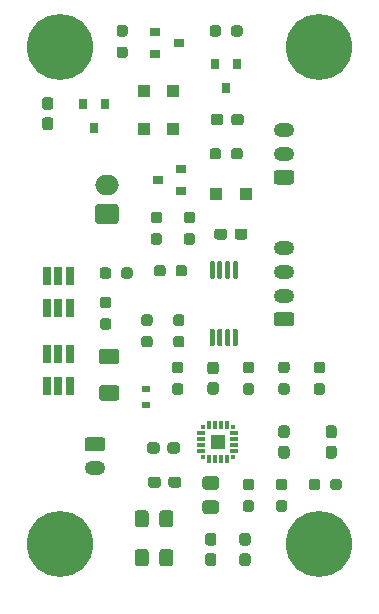
<source format=gbr>
%TF.GenerationSoftware,KiCad,Pcbnew,(5.1.12)-1*%
%TF.CreationDate,2023-02-18T19:15:58+02:00*%
%TF.ProjectId,BatteryPowerPCB_SPV,42617474-6572-4795-906f-776572504342,rev?*%
%TF.SameCoordinates,Original*%
%TF.FileFunction,Soldermask,Top*%
%TF.FilePolarity,Negative*%
%FSLAX46Y46*%
G04 Gerber Fmt 4.6, Leading zero omitted, Abs format (unit mm)*
G04 Created by KiCad (PCBNEW (5.1.12)-1) date 2023-02-18 19:15:58*
%MOMM*%
%LPD*%
G01*
G04 APERTURE LIST*
%ADD10R,0.700000X0.600000*%
%ADD11C,5.600000*%
%ADD12R,1.000000X1.000000*%
%ADD13O,2.000000X1.700000*%
%ADD14O,1.750000X1.200000*%
%ADD15R,0.900000X0.800000*%
%ADD16R,0.800000X0.900000*%
%ADD17R,0.650000X1.560000*%
%ADD18R,1.200000X1.200000*%
%ADD19R,0.340000X0.340000*%
%ADD20R,0.700000X0.300000*%
%ADD21R,0.300000X0.700000*%
G04 APERTURE END LIST*
D10*
%TO.C,D2*%
X24300000Y-47900000D03*
X24300000Y-49300000D03*
%TD*%
D11*
%TO.C,REF\u002A\u002A*%
X39000000Y-61000000D03*
%TD*%
%TO.C,REF\u002A\u002A*%
X17000000Y-61000000D03*
%TD*%
%TO.C,REF\u002A\u002A*%
X39000000Y-19000000D03*
%TD*%
%TO.C,REF\u002A\u002A*%
X17000000Y-19000000D03*
%TD*%
%TO.C,C1*%
G36*
G01*
X16237500Y-24275000D02*
X15762500Y-24275000D01*
G75*
G02*
X15525000Y-24037500I0J237500D01*
G01*
X15525000Y-23437500D01*
G75*
G02*
X15762500Y-23200000I237500J0D01*
G01*
X16237500Y-23200000D01*
G75*
G02*
X16475000Y-23437500I0J-237500D01*
G01*
X16475000Y-24037500D01*
G75*
G02*
X16237500Y-24275000I-237500J0D01*
G01*
G37*
G36*
G01*
X16237500Y-26000000D02*
X15762500Y-26000000D01*
G75*
G02*
X15525000Y-25762500I0J237500D01*
G01*
X15525000Y-25162500D01*
G75*
G02*
X15762500Y-24925000I237500J0D01*
G01*
X16237500Y-24925000D01*
G75*
G02*
X16475000Y-25162500I0J-237500D01*
G01*
X16475000Y-25762500D01*
G75*
G02*
X16237500Y-26000000I-237500J0D01*
G01*
G37*
%TD*%
%TO.C,C2*%
G36*
G01*
X31175000Y-34562500D02*
X31175000Y-35037500D01*
G75*
G02*
X30937500Y-35275000I-237500J0D01*
G01*
X30337500Y-35275000D01*
G75*
G02*
X30100000Y-35037500I0J237500D01*
G01*
X30100000Y-34562500D01*
G75*
G02*
X30337500Y-34325000I237500J0D01*
G01*
X30937500Y-34325000D01*
G75*
G02*
X31175000Y-34562500I0J-237500D01*
G01*
G37*
G36*
G01*
X32900000Y-34562500D02*
X32900000Y-35037500D01*
G75*
G02*
X32662500Y-35275000I-237500J0D01*
G01*
X32062500Y-35275000D01*
G75*
G02*
X31825000Y-35037500I0J237500D01*
G01*
X31825000Y-34562500D01*
G75*
G02*
X32062500Y-34325000I237500J0D01*
G01*
X32662500Y-34325000D01*
G75*
G02*
X32900000Y-34562500I0J-237500D01*
G01*
G37*
%TD*%
%TO.C,C4*%
G36*
G01*
X32462500Y-61825000D02*
X32937500Y-61825000D01*
G75*
G02*
X33175000Y-62062500I0J-237500D01*
G01*
X33175000Y-62662500D01*
G75*
G02*
X32937500Y-62900000I-237500J0D01*
G01*
X32462500Y-62900000D01*
G75*
G02*
X32225000Y-62662500I0J237500D01*
G01*
X32225000Y-62062500D01*
G75*
G02*
X32462500Y-61825000I237500J0D01*
G01*
G37*
G36*
G01*
X32462500Y-60100000D02*
X32937500Y-60100000D01*
G75*
G02*
X33175000Y-60337500I0J-237500D01*
G01*
X33175000Y-60937500D01*
G75*
G02*
X32937500Y-61175000I-237500J0D01*
G01*
X32462500Y-61175000D01*
G75*
G02*
X32225000Y-60937500I0J237500D01*
G01*
X32225000Y-60337500D01*
G75*
G02*
X32462500Y-60100000I237500J0D01*
G01*
G37*
%TD*%
%TO.C,C5*%
G36*
G01*
X29562500Y-60100000D02*
X30037500Y-60100000D01*
G75*
G02*
X30275000Y-60337500I0J-237500D01*
G01*
X30275000Y-60937500D01*
G75*
G02*
X30037500Y-61175000I-237500J0D01*
G01*
X29562500Y-61175000D01*
G75*
G02*
X29325000Y-60937500I0J237500D01*
G01*
X29325000Y-60337500D01*
G75*
G02*
X29562500Y-60100000I237500J0D01*
G01*
G37*
G36*
G01*
X29562500Y-61825000D02*
X30037500Y-61825000D01*
G75*
G02*
X30275000Y-62062500I0J-237500D01*
G01*
X30275000Y-62662500D01*
G75*
G02*
X30037500Y-62900000I-237500J0D01*
G01*
X29562500Y-62900000D01*
G75*
G02*
X29325000Y-62662500I0J237500D01*
G01*
X29325000Y-62062500D01*
G75*
G02*
X29562500Y-61825000I237500J0D01*
G01*
G37*
%TD*%
%TO.C,C6*%
G36*
G01*
X36237500Y-53800000D02*
X35762500Y-53800000D01*
G75*
G02*
X35525000Y-53562500I0J237500D01*
G01*
X35525000Y-52962500D01*
G75*
G02*
X35762500Y-52725000I237500J0D01*
G01*
X36237500Y-52725000D01*
G75*
G02*
X36475000Y-52962500I0J-237500D01*
G01*
X36475000Y-53562500D01*
G75*
G02*
X36237500Y-53800000I-237500J0D01*
G01*
G37*
G36*
G01*
X36237500Y-52075000D02*
X35762500Y-52075000D01*
G75*
G02*
X35525000Y-51837500I0J237500D01*
G01*
X35525000Y-51237500D01*
G75*
G02*
X35762500Y-51000000I237500J0D01*
G01*
X36237500Y-51000000D01*
G75*
G02*
X36475000Y-51237500I0J-237500D01*
G01*
X36475000Y-51837500D01*
G75*
G02*
X36237500Y-52075000I-237500J0D01*
G01*
G37*
%TD*%
%TO.C,C7*%
G36*
G01*
X27300000Y-55562500D02*
X27300000Y-56037500D01*
G75*
G02*
X27062500Y-56275000I-237500J0D01*
G01*
X26462500Y-56275000D01*
G75*
G02*
X26225000Y-56037500I0J237500D01*
G01*
X26225000Y-55562500D01*
G75*
G02*
X26462500Y-55325000I237500J0D01*
G01*
X27062500Y-55325000D01*
G75*
G02*
X27300000Y-55562500I0J-237500D01*
G01*
G37*
G36*
G01*
X25575000Y-55562500D02*
X25575000Y-56037500D01*
G75*
G02*
X25337500Y-56275000I-237500J0D01*
G01*
X24737500Y-56275000D01*
G75*
G02*
X24500000Y-56037500I0J237500D01*
G01*
X24500000Y-55562500D01*
G75*
G02*
X24737500Y-55325000I237500J0D01*
G01*
X25337500Y-55325000D01*
G75*
G02*
X25575000Y-55562500I0J-237500D01*
G01*
G37*
%TD*%
%TO.C,C8*%
G36*
G01*
X30237500Y-48400000D02*
X29762500Y-48400000D01*
G75*
G02*
X29525000Y-48162500I0J237500D01*
G01*
X29525000Y-47562500D01*
G75*
G02*
X29762500Y-47325000I237500J0D01*
G01*
X30237500Y-47325000D01*
G75*
G02*
X30475000Y-47562500I0J-237500D01*
G01*
X30475000Y-48162500D01*
G75*
G02*
X30237500Y-48400000I-237500J0D01*
G01*
G37*
G36*
G01*
X30237500Y-46675000D02*
X29762500Y-46675000D01*
G75*
G02*
X29525000Y-46437500I0J237500D01*
G01*
X29525000Y-45837500D01*
G75*
G02*
X29762500Y-45600000I237500J0D01*
G01*
X30237500Y-45600000D01*
G75*
G02*
X30475000Y-45837500I0J-237500D01*
G01*
X30475000Y-46437500D01*
G75*
G02*
X30237500Y-46675000I-237500J0D01*
G01*
G37*
%TD*%
%TO.C,C9*%
G36*
G01*
X24550000Y-58425000D02*
X24550000Y-59375000D01*
G75*
G02*
X24300000Y-59625000I-250000J0D01*
G01*
X23625000Y-59625000D01*
G75*
G02*
X23375000Y-59375000I0J250000D01*
G01*
X23375000Y-58425000D01*
G75*
G02*
X23625000Y-58175000I250000J0D01*
G01*
X24300000Y-58175000D01*
G75*
G02*
X24550000Y-58425000I0J-250000D01*
G01*
G37*
G36*
G01*
X26625000Y-58425000D02*
X26625000Y-59375000D01*
G75*
G02*
X26375000Y-59625000I-250000J0D01*
G01*
X25700000Y-59625000D01*
G75*
G02*
X25450000Y-59375000I0J250000D01*
G01*
X25450000Y-58425000D01*
G75*
G02*
X25700000Y-58175000I250000J0D01*
G01*
X26375000Y-58175000D01*
G75*
G02*
X26625000Y-58425000I0J-250000D01*
G01*
G37*
%TD*%
%TO.C,C10*%
G36*
G01*
X26625000Y-61725000D02*
X26625000Y-62675000D01*
G75*
G02*
X26375000Y-62925000I-250000J0D01*
G01*
X25700000Y-62925000D01*
G75*
G02*
X25450000Y-62675000I0J250000D01*
G01*
X25450000Y-61725000D01*
G75*
G02*
X25700000Y-61475000I250000J0D01*
G01*
X26375000Y-61475000D01*
G75*
G02*
X26625000Y-61725000I0J-250000D01*
G01*
G37*
G36*
G01*
X24550000Y-61725000D02*
X24550000Y-62675000D01*
G75*
G02*
X24300000Y-62925000I-250000J0D01*
G01*
X23625000Y-62925000D01*
G75*
G02*
X23375000Y-62675000I0J250000D01*
G01*
X23375000Y-61725000D01*
G75*
G02*
X23625000Y-61475000I250000J0D01*
G01*
X24300000Y-61475000D01*
G75*
G02*
X24550000Y-61725000I0J-250000D01*
G01*
G37*
%TD*%
%TO.C,C11*%
G36*
G01*
X39762500Y-52725000D02*
X40237500Y-52725000D01*
G75*
G02*
X40475000Y-52962500I0J-237500D01*
G01*
X40475000Y-53562500D01*
G75*
G02*
X40237500Y-53800000I-237500J0D01*
G01*
X39762500Y-53800000D01*
G75*
G02*
X39525000Y-53562500I0J237500D01*
G01*
X39525000Y-52962500D01*
G75*
G02*
X39762500Y-52725000I237500J0D01*
G01*
G37*
G36*
G01*
X39762500Y-51000000D02*
X40237500Y-51000000D01*
G75*
G02*
X40475000Y-51237500I0J-237500D01*
G01*
X40475000Y-51837500D01*
G75*
G02*
X40237500Y-52075000I-237500J0D01*
G01*
X39762500Y-52075000D01*
G75*
G02*
X39525000Y-51837500I0J237500D01*
G01*
X39525000Y-51237500D01*
G75*
G02*
X39762500Y-51000000I237500J0D01*
G01*
G37*
%TD*%
%TO.C,C13*%
G36*
G01*
X25475000Y-52662500D02*
X25475000Y-53137500D01*
G75*
G02*
X25237500Y-53375000I-237500J0D01*
G01*
X24637500Y-53375000D01*
G75*
G02*
X24400000Y-53137500I0J237500D01*
G01*
X24400000Y-52662500D01*
G75*
G02*
X24637500Y-52425000I237500J0D01*
G01*
X25237500Y-52425000D01*
G75*
G02*
X25475000Y-52662500I0J-237500D01*
G01*
G37*
G36*
G01*
X27200000Y-52662500D02*
X27200000Y-53137500D01*
G75*
G02*
X26962500Y-53375000I-237500J0D01*
G01*
X26362500Y-53375000D01*
G75*
G02*
X26125000Y-53137500I0J237500D01*
G01*
X26125000Y-52662500D01*
G75*
G02*
X26362500Y-52425000I237500J0D01*
G01*
X26962500Y-52425000D01*
G75*
G02*
X27200000Y-52662500I0J-237500D01*
G01*
G37*
%TD*%
D12*
%TO.C,D1*%
X32750000Y-31400000D03*
X30250000Y-31400000D03*
%TD*%
%TO.C,D3*%
X24150000Y-22700000D03*
X26650000Y-22700000D03*
%TD*%
%TO.C,J1*%
G36*
G01*
X21750000Y-33950000D02*
X20250000Y-33950000D01*
G75*
G02*
X20000000Y-33700000I0J250000D01*
G01*
X20000000Y-32500000D01*
G75*
G02*
X20250000Y-32250000I250000J0D01*
G01*
X21750000Y-32250000D01*
G75*
G02*
X22000000Y-32500000I0J-250000D01*
G01*
X22000000Y-33700000D01*
G75*
G02*
X21750000Y-33950000I-250000J0D01*
G01*
G37*
D13*
X21000000Y-30600000D03*
%TD*%
%TO.C,J2*%
G36*
G01*
X19374999Y-52000000D02*
X20625001Y-52000000D01*
G75*
G02*
X20875000Y-52249999I0J-249999D01*
G01*
X20875000Y-52950001D01*
G75*
G02*
X20625001Y-53200000I-249999J0D01*
G01*
X19374999Y-53200000D01*
G75*
G02*
X19125000Y-52950001I0J249999D01*
G01*
X19125000Y-52249999D01*
G75*
G02*
X19374999Y-52000000I249999J0D01*
G01*
G37*
D14*
X20000000Y-54600000D03*
%TD*%
%TO.C,J3*%
G36*
G01*
X36625001Y-42600000D02*
X35374999Y-42600000D01*
G75*
G02*
X35125000Y-42350001I0J249999D01*
G01*
X35125000Y-41649999D01*
G75*
G02*
X35374999Y-41400000I249999J0D01*
G01*
X36625001Y-41400000D01*
G75*
G02*
X36875000Y-41649999I0J-249999D01*
G01*
X36875000Y-42350001D01*
G75*
G02*
X36625001Y-42600000I-249999J0D01*
G01*
G37*
X36000000Y-40000000D03*
X36000000Y-38000000D03*
X36000000Y-36000000D03*
%TD*%
%TO.C,J4*%
G36*
G01*
X36625001Y-30600000D02*
X35374999Y-30600000D01*
G75*
G02*
X35125000Y-30350001I0J249999D01*
G01*
X35125000Y-29649999D01*
G75*
G02*
X35374999Y-29400000I249999J0D01*
G01*
X36625001Y-29400000D01*
G75*
G02*
X36875000Y-29649999I0J-249999D01*
G01*
X36875000Y-30350001D01*
G75*
G02*
X36625001Y-30600000I-249999J0D01*
G01*
G37*
X36000000Y-28000000D03*
X36000000Y-26000000D03*
%TD*%
D15*
%TO.C,Q1*%
X27300000Y-31150000D03*
X27300000Y-29250000D03*
X25300000Y-30200000D03*
%TD*%
D16*
%TO.C,Q2*%
X32050000Y-20400000D03*
X30150000Y-20400000D03*
X31100000Y-22400000D03*
%TD*%
D15*
%TO.C,Q3*%
X27100000Y-18600000D03*
X25100000Y-19550000D03*
X25100000Y-17650000D03*
%TD*%
%TO.C,R1*%
G36*
G01*
X20575000Y-44500000D02*
X21825000Y-44500000D01*
G75*
G02*
X22075000Y-44750000I0J-250000D01*
G01*
X22075000Y-45550000D01*
G75*
G02*
X21825000Y-45800000I-250000J0D01*
G01*
X20575000Y-45800000D01*
G75*
G02*
X20325000Y-45550000I0J250000D01*
G01*
X20325000Y-44750000D01*
G75*
G02*
X20575000Y-44500000I250000J0D01*
G01*
G37*
G36*
G01*
X20575000Y-47600000D02*
X21825000Y-47600000D01*
G75*
G02*
X22075000Y-47850000I0J-250000D01*
G01*
X22075000Y-48650000D01*
G75*
G02*
X21825000Y-48900000I-250000J0D01*
G01*
X20575000Y-48900000D01*
G75*
G02*
X20325000Y-48650000I0J250000D01*
G01*
X20325000Y-47850000D01*
G75*
G02*
X20575000Y-47600000I250000J0D01*
G01*
G37*
%TD*%
%TO.C,R2*%
G36*
G01*
X20662500Y-40100000D02*
X21137500Y-40100000D01*
G75*
G02*
X21375000Y-40337500I0J-237500D01*
G01*
X21375000Y-40837500D01*
G75*
G02*
X21137500Y-41075000I-237500J0D01*
G01*
X20662500Y-41075000D01*
G75*
G02*
X20425000Y-40837500I0J237500D01*
G01*
X20425000Y-40337500D01*
G75*
G02*
X20662500Y-40100000I237500J0D01*
G01*
G37*
G36*
G01*
X20662500Y-41925000D02*
X21137500Y-41925000D01*
G75*
G02*
X21375000Y-42162500I0J-237500D01*
G01*
X21375000Y-42662500D01*
G75*
G02*
X21137500Y-42900000I-237500J0D01*
G01*
X20662500Y-42900000D01*
G75*
G02*
X20425000Y-42662500I0J237500D01*
G01*
X20425000Y-42162500D01*
G75*
G02*
X20662500Y-41925000I237500J0D01*
G01*
G37*
%TD*%
%TO.C,R3*%
G36*
G01*
X21375000Y-37862500D02*
X21375000Y-38337500D01*
G75*
G02*
X21137500Y-38575000I-237500J0D01*
G01*
X20637500Y-38575000D01*
G75*
G02*
X20400000Y-38337500I0J237500D01*
G01*
X20400000Y-37862500D01*
G75*
G02*
X20637500Y-37625000I237500J0D01*
G01*
X21137500Y-37625000D01*
G75*
G02*
X21375000Y-37862500I0J-237500D01*
G01*
G37*
G36*
G01*
X23200000Y-37862500D02*
X23200000Y-38337500D01*
G75*
G02*
X22962500Y-38575000I-237500J0D01*
G01*
X22462500Y-38575000D01*
G75*
G02*
X22225000Y-38337500I0J237500D01*
G01*
X22225000Y-37862500D01*
G75*
G02*
X22462500Y-37625000I237500J0D01*
G01*
X22962500Y-37625000D01*
G75*
G02*
X23200000Y-37862500I0J-237500D01*
G01*
G37*
%TD*%
%TO.C,R4*%
G36*
G01*
X25975000Y-37662500D02*
X25975000Y-38137500D01*
G75*
G02*
X25737500Y-38375000I-237500J0D01*
G01*
X25237500Y-38375000D01*
G75*
G02*
X25000000Y-38137500I0J237500D01*
G01*
X25000000Y-37662500D01*
G75*
G02*
X25237500Y-37425000I237500J0D01*
G01*
X25737500Y-37425000D01*
G75*
G02*
X25975000Y-37662500I0J-237500D01*
G01*
G37*
G36*
G01*
X27800000Y-37662500D02*
X27800000Y-38137500D01*
G75*
G02*
X27562500Y-38375000I-237500J0D01*
G01*
X27062500Y-38375000D01*
G75*
G02*
X26825000Y-38137500I0J237500D01*
G01*
X26825000Y-37662500D01*
G75*
G02*
X27062500Y-37425000I237500J0D01*
G01*
X27562500Y-37425000D01*
G75*
G02*
X27800000Y-37662500I0J-237500D01*
G01*
G37*
%TD*%
%TO.C,R5*%
G36*
G01*
X27762500Y-34725000D02*
X28237500Y-34725000D01*
G75*
G02*
X28475000Y-34962500I0J-237500D01*
G01*
X28475000Y-35462500D01*
G75*
G02*
X28237500Y-35700000I-237500J0D01*
G01*
X27762500Y-35700000D01*
G75*
G02*
X27525000Y-35462500I0J237500D01*
G01*
X27525000Y-34962500D01*
G75*
G02*
X27762500Y-34725000I237500J0D01*
G01*
G37*
G36*
G01*
X27762500Y-32900000D02*
X28237500Y-32900000D01*
G75*
G02*
X28475000Y-33137500I0J-237500D01*
G01*
X28475000Y-33637500D01*
G75*
G02*
X28237500Y-33875000I-237500J0D01*
G01*
X27762500Y-33875000D01*
G75*
G02*
X27525000Y-33637500I0J237500D01*
G01*
X27525000Y-33137500D01*
G75*
G02*
X27762500Y-32900000I237500J0D01*
G01*
G37*
%TD*%
%TO.C,R6*%
G36*
G01*
X25437500Y-33875000D02*
X24962500Y-33875000D01*
G75*
G02*
X24725000Y-33637500I0J237500D01*
G01*
X24725000Y-33137500D01*
G75*
G02*
X24962500Y-32900000I237500J0D01*
G01*
X25437500Y-32900000D01*
G75*
G02*
X25675000Y-33137500I0J-237500D01*
G01*
X25675000Y-33637500D01*
G75*
G02*
X25437500Y-33875000I-237500J0D01*
G01*
G37*
G36*
G01*
X25437500Y-35700000D02*
X24962500Y-35700000D01*
G75*
G02*
X24725000Y-35462500I0J237500D01*
G01*
X24725000Y-34962500D01*
G75*
G02*
X24962500Y-34725000I237500J0D01*
G01*
X25437500Y-34725000D01*
G75*
G02*
X25675000Y-34962500I0J-237500D01*
G01*
X25675000Y-35462500D01*
G75*
G02*
X25437500Y-35700000I-237500J0D01*
G01*
G37*
%TD*%
%TO.C,R7*%
G36*
G01*
X30675000Y-27762500D02*
X30675000Y-28237500D01*
G75*
G02*
X30437500Y-28475000I-237500J0D01*
G01*
X29937500Y-28475000D01*
G75*
G02*
X29700000Y-28237500I0J237500D01*
G01*
X29700000Y-27762500D01*
G75*
G02*
X29937500Y-27525000I237500J0D01*
G01*
X30437500Y-27525000D01*
G75*
G02*
X30675000Y-27762500I0J-237500D01*
G01*
G37*
G36*
G01*
X32500000Y-27762500D02*
X32500000Y-28237500D01*
G75*
G02*
X32262500Y-28475000I-237500J0D01*
G01*
X31762500Y-28475000D01*
G75*
G02*
X31525000Y-28237500I0J237500D01*
G01*
X31525000Y-27762500D01*
G75*
G02*
X31762500Y-27525000I237500J0D01*
G01*
X32262500Y-27525000D01*
G75*
G02*
X32500000Y-27762500I0J-237500D01*
G01*
G37*
%TD*%
%TO.C,R8*%
G36*
G01*
X27337500Y-42575000D02*
X26862500Y-42575000D01*
G75*
G02*
X26625000Y-42337500I0J237500D01*
G01*
X26625000Y-41837500D01*
G75*
G02*
X26862500Y-41600000I237500J0D01*
G01*
X27337500Y-41600000D01*
G75*
G02*
X27575000Y-41837500I0J-237500D01*
G01*
X27575000Y-42337500D01*
G75*
G02*
X27337500Y-42575000I-237500J0D01*
G01*
G37*
G36*
G01*
X27337500Y-44400000D02*
X26862500Y-44400000D01*
G75*
G02*
X26625000Y-44162500I0J237500D01*
G01*
X26625000Y-43662500D01*
G75*
G02*
X26862500Y-43425000I237500J0D01*
G01*
X27337500Y-43425000D01*
G75*
G02*
X27575000Y-43662500I0J-237500D01*
G01*
X27575000Y-44162500D01*
G75*
G02*
X27337500Y-44400000I-237500J0D01*
G01*
G37*
%TD*%
%TO.C,R9*%
G36*
G01*
X24637500Y-44400000D02*
X24162500Y-44400000D01*
G75*
G02*
X23925000Y-44162500I0J237500D01*
G01*
X23925000Y-43662500D01*
G75*
G02*
X24162500Y-43425000I237500J0D01*
G01*
X24637500Y-43425000D01*
G75*
G02*
X24875000Y-43662500I0J-237500D01*
G01*
X24875000Y-44162500D01*
G75*
G02*
X24637500Y-44400000I-237500J0D01*
G01*
G37*
G36*
G01*
X24637500Y-42575000D02*
X24162500Y-42575000D01*
G75*
G02*
X23925000Y-42337500I0J237500D01*
G01*
X23925000Y-41837500D01*
G75*
G02*
X24162500Y-41600000I237500J0D01*
G01*
X24637500Y-41600000D01*
G75*
G02*
X24875000Y-41837500I0J-237500D01*
G01*
X24875000Y-42337500D01*
G75*
G02*
X24637500Y-42575000I-237500J0D01*
G01*
G37*
%TD*%
%TO.C,R10*%
G36*
G01*
X33237500Y-58312500D02*
X32762500Y-58312500D01*
G75*
G02*
X32525000Y-58075000I0J237500D01*
G01*
X32525000Y-57575000D01*
G75*
G02*
X32762500Y-57337500I237500J0D01*
G01*
X33237500Y-57337500D01*
G75*
G02*
X33475000Y-57575000I0J-237500D01*
G01*
X33475000Y-58075000D01*
G75*
G02*
X33237500Y-58312500I-237500J0D01*
G01*
G37*
G36*
G01*
X33237500Y-56487500D02*
X32762500Y-56487500D01*
G75*
G02*
X32525000Y-56250000I0J237500D01*
G01*
X32525000Y-55750000D01*
G75*
G02*
X32762500Y-55512500I237500J0D01*
G01*
X33237500Y-55512500D01*
G75*
G02*
X33475000Y-55750000I0J-237500D01*
G01*
X33475000Y-56250000D01*
G75*
G02*
X33237500Y-56487500I-237500J0D01*
G01*
G37*
%TD*%
%TO.C,R11*%
G36*
G01*
X36037500Y-56475000D02*
X35562500Y-56475000D01*
G75*
G02*
X35325000Y-56237500I0J237500D01*
G01*
X35325000Y-55737500D01*
G75*
G02*
X35562500Y-55500000I237500J0D01*
G01*
X36037500Y-55500000D01*
G75*
G02*
X36275000Y-55737500I0J-237500D01*
G01*
X36275000Y-56237500D01*
G75*
G02*
X36037500Y-56475000I-237500J0D01*
G01*
G37*
G36*
G01*
X36037500Y-58300000D02*
X35562500Y-58300000D01*
G75*
G02*
X35325000Y-58062500I0J237500D01*
G01*
X35325000Y-57562500D01*
G75*
G02*
X35562500Y-57325000I237500J0D01*
G01*
X36037500Y-57325000D01*
G75*
G02*
X36275000Y-57562500I0J-237500D01*
G01*
X36275000Y-58062500D01*
G75*
G02*
X36037500Y-58300000I-237500J0D01*
G01*
G37*
%TD*%
%TO.C,R12*%
G36*
G01*
X38100000Y-56237500D02*
X38100000Y-55762500D01*
G75*
G02*
X38337500Y-55525000I237500J0D01*
G01*
X38837500Y-55525000D01*
G75*
G02*
X39075000Y-55762500I0J-237500D01*
G01*
X39075000Y-56237500D01*
G75*
G02*
X38837500Y-56475000I-237500J0D01*
G01*
X38337500Y-56475000D01*
G75*
G02*
X38100000Y-56237500I0J237500D01*
G01*
G37*
G36*
G01*
X39925000Y-56237500D02*
X39925000Y-55762500D01*
G75*
G02*
X40162500Y-55525000I237500J0D01*
G01*
X40662500Y-55525000D01*
G75*
G02*
X40900000Y-55762500I0J-237500D01*
G01*
X40900000Y-56237500D01*
G75*
G02*
X40662500Y-56475000I-237500J0D01*
G01*
X40162500Y-56475000D01*
G75*
G02*
X39925000Y-56237500I0J237500D01*
G01*
G37*
%TD*%
%TO.C,R13*%
G36*
G01*
X27237500Y-48400000D02*
X26762500Y-48400000D01*
G75*
G02*
X26525000Y-48162500I0J237500D01*
G01*
X26525000Y-47662500D01*
G75*
G02*
X26762500Y-47425000I237500J0D01*
G01*
X27237500Y-47425000D01*
G75*
G02*
X27475000Y-47662500I0J-237500D01*
G01*
X27475000Y-48162500D01*
G75*
G02*
X27237500Y-48400000I-237500J0D01*
G01*
G37*
G36*
G01*
X27237500Y-46575000D02*
X26762500Y-46575000D01*
G75*
G02*
X26525000Y-46337500I0J237500D01*
G01*
X26525000Y-45837500D01*
G75*
G02*
X26762500Y-45600000I237500J0D01*
G01*
X27237500Y-45600000D01*
G75*
G02*
X27475000Y-45837500I0J-237500D01*
G01*
X27475000Y-46337500D01*
G75*
G02*
X27237500Y-46575000I-237500J0D01*
G01*
G37*
%TD*%
%TO.C,R14*%
G36*
G01*
X32762500Y-47425000D02*
X33237500Y-47425000D01*
G75*
G02*
X33475000Y-47662500I0J-237500D01*
G01*
X33475000Y-48162500D01*
G75*
G02*
X33237500Y-48400000I-237500J0D01*
G01*
X32762500Y-48400000D01*
G75*
G02*
X32525000Y-48162500I0J237500D01*
G01*
X32525000Y-47662500D01*
G75*
G02*
X32762500Y-47425000I237500J0D01*
G01*
G37*
G36*
G01*
X32762500Y-45600000D02*
X33237500Y-45600000D01*
G75*
G02*
X33475000Y-45837500I0J-237500D01*
G01*
X33475000Y-46337500D01*
G75*
G02*
X33237500Y-46575000I-237500J0D01*
G01*
X32762500Y-46575000D01*
G75*
G02*
X32525000Y-46337500I0J237500D01*
G01*
X32525000Y-45837500D01*
G75*
G02*
X32762500Y-45600000I237500J0D01*
G01*
G37*
%TD*%
%TO.C,R15*%
G36*
G01*
X36237500Y-48400000D02*
X35762500Y-48400000D01*
G75*
G02*
X35525000Y-48162500I0J237500D01*
G01*
X35525000Y-47662500D01*
G75*
G02*
X35762500Y-47425000I237500J0D01*
G01*
X36237500Y-47425000D01*
G75*
G02*
X36475000Y-47662500I0J-237500D01*
G01*
X36475000Y-48162500D01*
G75*
G02*
X36237500Y-48400000I-237500J0D01*
G01*
G37*
G36*
G01*
X36237500Y-46575000D02*
X35762500Y-46575000D01*
G75*
G02*
X35525000Y-46337500I0J237500D01*
G01*
X35525000Y-45837500D01*
G75*
G02*
X35762500Y-45600000I237500J0D01*
G01*
X36237500Y-45600000D01*
G75*
G02*
X36475000Y-45837500I0J-237500D01*
G01*
X36475000Y-46337500D01*
G75*
G02*
X36237500Y-46575000I-237500J0D01*
G01*
G37*
%TD*%
%TO.C,R16*%
G36*
G01*
X38762500Y-47425000D02*
X39237500Y-47425000D01*
G75*
G02*
X39475000Y-47662500I0J-237500D01*
G01*
X39475000Y-48162500D01*
G75*
G02*
X39237500Y-48400000I-237500J0D01*
G01*
X38762500Y-48400000D01*
G75*
G02*
X38525000Y-48162500I0J237500D01*
G01*
X38525000Y-47662500D01*
G75*
G02*
X38762500Y-47425000I237500J0D01*
G01*
G37*
G36*
G01*
X38762500Y-45600000D02*
X39237500Y-45600000D01*
G75*
G02*
X39475000Y-45837500I0J-237500D01*
G01*
X39475000Y-46337500D01*
G75*
G02*
X39237500Y-46575000I-237500J0D01*
G01*
X38762500Y-46575000D01*
G75*
G02*
X38525000Y-46337500I0J237500D01*
G01*
X38525000Y-45837500D01*
G75*
G02*
X38762500Y-45600000I237500J0D01*
G01*
G37*
%TD*%
%TO.C,R17*%
G36*
G01*
X32500000Y-17362500D02*
X32500000Y-17837500D01*
G75*
G02*
X32262500Y-18075000I-237500J0D01*
G01*
X31762500Y-18075000D01*
G75*
G02*
X31525000Y-17837500I0J237500D01*
G01*
X31525000Y-17362500D01*
G75*
G02*
X31762500Y-17125000I237500J0D01*
G01*
X32262500Y-17125000D01*
G75*
G02*
X32500000Y-17362500I0J-237500D01*
G01*
G37*
G36*
G01*
X30675000Y-17362500D02*
X30675000Y-17837500D01*
G75*
G02*
X30437500Y-18075000I-237500J0D01*
G01*
X29937500Y-18075000D01*
G75*
G02*
X29700000Y-17837500I0J237500D01*
G01*
X29700000Y-17362500D01*
G75*
G02*
X29937500Y-17125000I237500J0D01*
G01*
X30437500Y-17125000D01*
G75*
G02*
X30675000Y-17362500I0J-237500D01*
G01*
G37*
%TD*%
%TO.C,R18*%
G36*
G01*
X22062500Y-17100000D02*
X22537500Y-17100000D01*
G75*
G02*
X22775000Y-17337500I0J-237500D01*
G01*
X22775000Y-17837500D01*
G75*
G02*
X22537500Y-18075000I-237500J0D01*
G01*
X22062500Y-18075000D01*
G75*
G02*
X21825000Y-17837500I0J237500D01*
G01*
X21825000Y-17337500D01*
G75*
G02*
X22062500Y-17100000I237500J0D01*
G01*
G37*
G36*
G01*
X22062500Y-18925000D02*
X22537500Y-18925000D01*
G75*
G02*
X22775000Y-19162500I0J-237500D01*
G01*
X22775000Y-19662500D01*
G75*
G02*
X22537500Y-19900000I-237500J0D01*
G01*
X22062500Y-19900000D01*
G75*
G02*
X21825000Y-19662500I0J237500D01*
G01*
X21825000Y-19162500D01*
G75*
G02*
X22062500Y-18925000I237500J0D01*
G01*
G37*
%TD*%
D17*
%TO.C,U1*%
X16900000Y-44950000D03*
X15950000Y-44950000D03*
X17850000Y-44950000D03*
X17850000Y-47650000D03*
X16900000Y-47650000D03*
X15950000Y-47650000D03*
%TD*%
%TO.C,U2*%
X15950000Y-41050000D03*
X16900000Y-41050000D03*
X17850000Y-41050000D03*
X17850000Y-38350000D03*
X15950000Y-38350000D03*
X16900000Y-38350000D03*
%TD*%
%TO.C,U3*%
G36*
G01*
X30025000Y-44300000D02*
X29825000Y-44300000D01*
G75*
G02*
X29725000Y-44200000I0J100000D01*
G01*
X29725000Y-42925000D01*
G75*
G02*
X29825000Y-42825000I100000J0D01*
G01*
X30025000Y-42825000D01*
G75*
G02*
X30125000Y-42925000I0J-100000D01*
G01*
X30125000Y-44200000D01*
G75*
G02*
X30025000Y-44300000I-100000J0D01*
G01*
G37*
G36*
G01*
X30675000Y-44300000D02*
X30475000Y-44300000D01*
G75*
G02*
X30375000Y-44200000I0J100000D01*
G01*
X30375000Y-42925000D01*
G75*
G02*
X30475000Y-42825000I100000J0D01*
G01*
X30675000Y-42825000D01*
G75*
G02*
X30775000Y-42925000I0J-100000D01*
G01*
X30775000Y-44200000D01*
G75*
G02*
X30675000Y-44300000I-100000J0D01*
G01*
G37*
G36*
G01*
X31325000Y-44300000D02*
X31125000Y-44300000D01*
G75*
G02*
X31025000Y-44200000I0J100000D01*
G01*
X31025000Y-42925000D01*
G75*
G02*
X31125000Y-42825000I100000J0D01*
G01*
X31325000Y-42825000D01*
G75*
G02*
X31425000Y-42925000I0J-100000D01*
G01*
X31425000Y-44200000D01*
G75*
G02*
X31325000Y-44300000I-100000J0D01*
G01*
G37*
G36*
G01*
X31975000Y-44300000D02*
X31775000Y-44300000D01*
G75*
G02*
X31675000Y-44200000I0J100000D01*
G01*
X31675000Y-42925000D01*
G75*
G02*
X31775000Y-42825000I100000J0D01*
G01*
X31975000Y-42825000D01*
G75*
G02*
X32075000Y-42925000I0J-100000D01*
G01*
X32075000Y-44200000D01*
G75*
G02*
X31975000Y-44300000I-100000J0D01*
G01*
G37*
G36*
G01*
X31975000Y-38575000D02*
X31775000Y-38575000D01*
G75*
G02*
X31675000Y-38475000I0J100000D01*
G01*
X31675000Y-37200000D01*
G75*
G02*
X31775000Y-37100000I100000J0D01*
G01*
X31975000Y-37100000D01*
G75*
G02*
X32075000Y-37200000I0J-100000D01*
G01*
X32075000Y-38475000D01*
G75*
G02*
X31975000Y-38575000I-100000J0D01*
G01*
G37*
G36*
G01*
X31325000Y-38575000D02*
X31125000Y-38575000D01*
G75*
G02*
X31025000Y-38475000I0J100000D01*
G01*
X31025000Y-37200000D01*
G75*
G02*
X31125000Y-37100000I100000J0D01*
G01*
X31325000Y-37100000D01*
G75*
G02*
X31425000Y-37200000I0J-100000D01*
G01*
X31425000Y-38475000D01*
G75*
G02*
X31325000Y-38575000I-100000J0D01*
G01*
G37*
G36*
G01*
X30675000Y-38575000D02*
X30475000Y-38575000D01*
G75*
G02*
X30375000Y-38475000I0J100000D01*
G01*
X30375000Y-37200000D01*
G75*
G02*
X30475000Y-37100000I100000J0D01*
G01*
X30675000Y-37100000D01*
G75*
G02*
X30775000Y-37200000I0J-100000D01*
G01*
X30775000Y-38475000D01*
G75*
G02*
X30675000Y-38575000I-100000J0D01*
G01*
G37*
G36*
G01*
X30025000Y-38575000D02*
X29825000Y-38575000D01*
G75*
G02*
X29725000Y-38475000I0J100000D01*
G01*
X29725000Y-37200000D01*
G75*
G02*
X29825000Y-37100000I100000J0D01*
G01*
X30025000Y-37100000D01*
G75*
G02*
X30125000Y-37200000I0J-100000D01*
G01*
X30125000Y-38475000D01*
G75*
G02*
X30025000Y-38575000I-100000J0D01*
G01*
G37*
%TD*%
D18*
%TO.C,U4*%
X30400000Y-52400000D03*
D19*
X29140000Y-51140000D03*
X31660000Y-51140000D03*
X31660000Y-53660000D03*
X29140000Y-53660000D03*
D20*
X31800000Y-51650000D03*
X31800000Y-52150000D03*
X31800000Y-52650000D03*
X31800000Y-53150000D03*
X29000000Y-51650000D03*
X29000000Y-52150000D03*
X29000000Y-53150000D03*
X29000000Y-52650000D03*
D21*
X29650000Y-53800000D03*
X30150000Y-53800000D03*
X30650000Y-53800000D03*
X31150000Y-53800000D03*
X29650000Y-51000000D03*
X30150000Y-51000000D03*
X30650000Y-51000000D03*
X31150000Y-51000000D03*
%TD*%
%TO.C,C12*%
G36*
G01*
X32600000Y-24862500D02*
X32600000Y-25337500D01*
G75*
G02*
X32362500Y-25575000I-237500J0D01*
G01*
X31762500Y-25575000D01*
G75*
G02*
X31525000Y-25337500I0J237500D01*
G01*
X31525000Y-24862500D01*
G75*
G02*
X31762500Y-24625000I237500J0D01*
G01*
X32362500Y-24625000D01*
G75*
G02*
X32600000Y-24862500I0J-237500D01*
G01*
G37*
G36*
G01*
X30875000Y-24862500D02*
X30875000Y-25337500D01*
G75*
G02*
X30637500Y-25575000I-237500J0D01*
G01*
X30037500Y-25575000D01*
G75*
G02*
X29800000Y-25337500I0J237500D01*
G01*
X29800000Y-24862500D01*
G75*
G02*
X30037500Y-24625000I237500J0D01*
G01*
X30637500Y-24625000D01*
G75*
G02*
X30875000Y-24862500I0J-237500D01*
G01*
G37*
%TD*%
%TO.C,L1*%
G36*
G01*
X30250001Y-58500000D02*
X29349999Y-58500000D01*
G75*
G02*
X29100000Y-58250001I0J249999D01*
G01*
X29100000Y-57599999D01*
G75*
G02*
X29349999Y-57350000I249999J0D01*
G01*
X30250001Y-57350000D01*
G75*
G02*
X30500000Y-57599999I0J-249999D01*
G01*
X30500000Y-58250001D01*
G75*
G02*
X30250001Y-58500000I-249999J0D01*
G01*
G37*
G36*
G01*
X30250001Y-56450000D02*
X29349999Y-56450000D01*
G75*
G02*
X29100000Y-56200001I0J249999D01*
G01*
X29100000Y-55549999D01*
G75*
G02*
X29349999Y-55300000I249999J0D01*
G01*
X30250001Y-55300000D01*
G75*
G02*
X30500000Y-55549999I0J-249999D01*
G01*
X30500000Y-56200001D01*
G75*
G02*
X30250001Y-56450000I-249999J0D01*
G01*
G37*
%TD*%
D16*
%TO.C,Q4*%
X20850000Y-23800000D03*
X18950000Y-23800000D03*
X19900000Y-25800000D03*
%TD*%
D12*
%TO.C,D4*%
X26650000Y-25900000D03*
X24150000Y-25900000D03*
%TD*%
M02*

</source>
